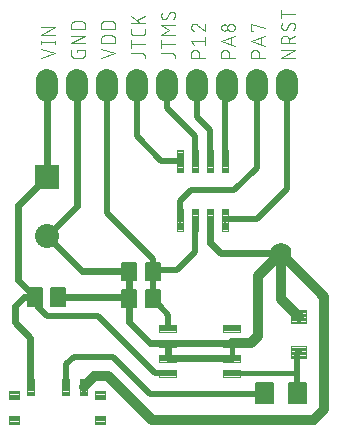
<source format=gbr>
G04 EAGLE Gerber RS-274X export*
G75*
%MOMM*%
%FSLAX34Y34*%
%LPD*%
%INTop Copper*%
%IPPOS*%
%AMOC8*
5,1,8,0,0,1.08239X$1,22.5*%
G01*
%ADD10C,0.101600*%
%ADD11C,0.130000*%
%ADD12C,0.104000*%
%ADD13C,0.120000*%
%ADD14C,0.160000*%
%ADD15C,0.105000*%
%ADD16C,0.102438*%
%ADD17R,2.032000X2.032000*%
%ADD18C,2.032000*%
%ADD19C,1.879600*%
%ADD20C,0.508000*%
%ADD21C,0.406400*%
%ADD22C,1.762000*%
%ADD23C,0.812800*%
%ADD24C,0.609600*%


D10*
X38608Y318008D02*
X50292Y321903D01*
X38608Y325797D01*
X38608Y331047D02*
X50292Y331047D01*
X50292Y332345D02*
X50292Y329748D01*
X38608Y329748D02*
X38608Y332345D01*
X38608Y337326D02*
X50292Y337326D01*
X50292Y343817D02*
X38608Y337326D01*
X38608Y343817D02*
X50292Y343817D01*
X69201Y324499D02*
X69201Y322552D01*
X69201Y324499D02*
X75692Y324499D01*
X75692Y320604D01*
X75690Y320505D01*
X75684Y320405D01*
X75675Y320306D01*
X75662Y320208D01*
X75645Y320110D01*
X75624Y320012D01*
X75599Y319916D01*
X75571Y319821D01*
X75539Y319727D01*
X75504Y319634D01*
X75465Y319542D01*
X75422Y319452D01*
X75377Y319364D01*
X75327Y319277D01*
X75275Y319193D01*
X75219Y319110D01*
X75161Y319030D01*
X75099Y318952D01*
X75034Y318877D01*
X74966Y318804D01*
X74896Y318734D01*
X74823Y318666D01*
X74748Y318601D01*
X74670Y318539D01*
X74590Y318481D01*
X74507Y318425D01*
X74423Y318373D01*
X74336Y318323D01*
X74248Y318278D01*
X74158Y318235D01*
X74066Y318196D01*
X73973Y318161D01*
X73879Y318129D01*
X73784Y318101D01*
X73688Y318076D01*
X73590Y318055D01*
X73492Y318038D01*
X73394Y318025D01*
X73295Y318016D01*
X73195Y318010D01*
X73096Y318008D01*
X66604Y318008D01*
X66505Y318010D01*
X66405Y318016D01*
X66306Y318025D01*
X66208Y318038D01*
X66110Y318056D01*
X66012Y318076D01*
X65916Y318101D01*
X65820Y318129D01*
X65726Y318161D01*
X65633Y318196D01*
X65542Y318235D01*
X65452Y318278D01*
X65363Y318323D01*
X65277Y318373D01*
X65192Y318425D01*
X65110Y318481D01*
X65030Y318540D01*
X64952Y318601D01*
X64876Y318666D01*
X64803Y318734D01*
X64733Y318804D01*
X64665Y318877D01*
X64600Y318953D01*
X64539Y319031D01*
X64480Y319111D01*
X64424Y319193D01*
X64372Y319278D01*
X64323Y319364D01*
X64277Y319453D01*
X64234Y319543D01*
X64195Y319634D01*
X64160Y319727D01*
X64128Y319821D01*
X64100Y319917D01*
X64075Y320013D01*
X64055Y320111D01*
X64037Y320209D01*
X64024Y320307D01*
X64015Y320406D01*
X64009Y320505D01*
X64007Y320605D01*
X64008Y320604D02*
X64008Y324499D01*
X64008Y330200D02*
X75692Y330200D01*
X75692Y336691D02*
X64008Y330200D01*
X64008Y336691D02*
X75692Y336691D01*
X75692Y342392D02*
X64008Y342392D01*
X64008Y345637D01*
X64010Y345750D01*
X64016Y345863D01*
X64026Y345976D01*
X64040Y346089D01*
X64057Y346201D01*
X64079Y346312D01*
X64104Y346422D01*
X64134Y346532D01*
X64167Y346640D01*
X64204Y346747D01*
X64244Y346853D01*
X64289Y346957D01*
X64337Y347060D01*
X64388Y347161D01*
X64443Y347260D01*
X64501Y347357D01*
X64563Y347452D01*
X64628Y347545D01*
X64696Y347635D01*
X64767Y347723D01*
X64842Y347809D01*
X64919Y347892D01*
X64999Y347972D01*
X65082Y348049D01*
X65168Y348124D01*
X65256Y348195D01*
X65346Y348263D01*
X65439Y348328D01*
X65534Y348390D01*
X65631Y348448D01*
X65730Y348503D01*
X65831Y348554D01*
X65934Y348602D01*
X66038Y348647D01*
X66144Y348687D01*
X66251Y348724D01*
X66359Y348757D01*
X66469Y348787D01*
X66579Y348812D01*
X66690Y348834D01*
X66802Y348851D01*
X66915Y348865D01*
X67028Y348875D01*
X67141Y348881D01*
X67254Y348883D01*
X72446Y348883D01*
X72446Y348884D02*
X72559Y348882D01*
X72672Y348876D01*
X72785Y348866D01*
X72898Y348852D01*
X73010Y348835D01*
X73121Y348813D01*
X73231Y348788D01*
X73341Y348758D01*
X73449Y348725D01*
X73556Y348688D01*
X73662Y348648D01*
X73766Y348603D01*
X73869Y348555D01*
X73970Y348504D01*
X74069Y348449D01*
X74166Y348391D01*
X74261Y348329D01*
X74354Y348264D01*
X74444Y348196D01*
X74532Y348125D01*
X74618Y348050D01*
X74701Y347973D01*
X74781Y347893D01*
X74858Y347810D01*
X74933Y347724D01*
X75004Y347636D01*
X75072Y347546D01*
X75137Y347453D01*
X75199Y347358D01*
X75257Y347261D01*
X75312Y347162D01*
X75363Y347061D01*
X75411Y346958D01*
X75456Y346854D01*
X75496Y346748D01*
X75533Y346641D01*
X75566Y346533D01*
X75596Y346423D01*
X75621Y346313D01*
X75643Y346202D01*
X75660Y346090D01*
X75674Y345977D01*
X75684Y345864D01*
X75690Y345751D01*
X75692Y345638D01*
X75692Y345637D02*
X75692Y342392D01*
X89408Y318008D02*
X101092Y321903D01*
X89408Y325797D01*
X89408Y330468D02*
X101092Y330468D01*
X89408Y330468D02*
X89408Y333714D01*
X89410Y333827D01*
X89416Y333940D01*
X89426Y334053D01*
X89440Y334166D01*
X89457Y334278D01*
X89479Y334389D01*
X89504Y334499D01*
X89534Y334609D01*
X89567Y334717D01*
X89604Y334824D01*
X89644Y334930D01*
X89689Y335034D01*
X89737Y335137D01*
X89788Y335238D01*
X89843Y335337D01*
X89901Y335434D01*
X89963Y335529D01*
X90028Y335622D01*
X90096Y335712D01*
X90167Y335800D01*
X90242Y335886D01*
X90319Y335969D01*
X90399Y336049D01*
X90482Y336126D01*
X90568Y336201D01*
X90656Y336272D01*
X90746Y336340D01*
X90839Y336405D01*
X90934Y336467D01*
X91031Y336525D01*
X91130Y336580D01*
X91231Y336631D01*
X91334Y336679D01*
X91438Y336724D01*
X91544Y336764D01*
X91651Y336801D01*
X91759Y336834D01*
X91869Y336864D01*
X91979Y336889D01*
X92090Y336911D01*
X92202Y336928D01*
X92315Y336942D01*
X92428Y336952D01*
X92541Y336958D01*
X92654Y336960D01*
X92654Y336959D02*
X97846Y336959D01*
X97846Y336960D02*
X97959Y336958D01*
X98072Y336952D01*
X98185Y336942D01*
X98298Y336928D01*
X98410Y336911D01*
X98521Y336889D01*
X98631Y336864D01*
X98741Y336834D01*
X98849Y336801D01*
X98956Y336764D01*
X99062Y336724D01*
X99166Y336679D01*
X99269Y336631D01*
X99370Y336580D01*
X99469Y336525D01*
X99566Y336467D01*
X99661Y336405D01*
X99754Y336340D01*
X99844Y336272D01*
X99932Y336201D01*
X100018Y336126D01*
X100101Y336049D01*
X100181Y335969D01*
X100258Y335886D01*
X100333Y335800D01*
X100404Y335712D01*
X100472Y335622D01*
X100537Y335529D01*
X100599Y335434D01*
X100657Y335337D01*
X100712Y335238D01*
X100763Y335137D01*
X100811Y335034D01*
X100856Y334930D01*
X100896Y334824D01*
X100933Y334717D01*
X100966Y334609D01*
X100996Y334499D01*
X101021Y334389D01*
X101043Y334278D01*
X101060Y334166D01*
X101074Y334053D01*
X101084Y333940D01*
X101090Y333827D01*
X101092Y333714D01*
X101092Y330468D01*
X101092Y342660D02*
X89408Y342660D01*
X89408Y345906D01*
X89410Y346019D01*
X89416Y346132D01*
X89426Y346245D01*
X89440Y346358D01*
X89457Y346470D01*
X89479Y346581D01*
X89504Y346691D01*
X89534Y346801D01*
X89567Y346909D01*
X89604Y347016D01*
X89644Y347122D01*
X89689Y347226D01*
X89737Y347329D01*
X89788Y347430D01*
X89843Y347529D01*
X89901Y347626D01*
X89963Y347721D01*
X90028Y347814D01*
X90096Y347904D01*
X90167Y347992D01*
X90242Y348078D01*
X90319Y348161D01*
X90399Y348241D01*
X90482Y348318D01*
X90568Y348393D01*
X90656Y348464D01*
X90746Y348532D01*
X90839Y348597D01*
X90934Y348659D01*
X91031Y348717D01*
X91130Y348772D01*
X91231Y348823D01*
X91334Y348871D01*
X91438Y348916D01*
X91544Y348956D01*
X91651Y348993D01*
X91759Y349026D01*
X91869Y349056D01*
X91979Y349081D01*
X92090Y349103D01*
X92202Y349120D01*
X92315Y349134D01*
X92428Y349144D01*
X92541Y349150D01*
X92654Y349152D01*
X92654Y349151D02*
X97846Y349151D01*
X97846Y349152D02*
X97959Y349150D01*
X98072Y349144D01*
X98185Y349134D01*
X98298Y349120D01*
X98410Y349103D01*
X98521Y349081D01*
X98631Y349056D01*
X98741Y349026D01*
X98849Y348993D01*
X98956Y348956D01*
X99062Y348916D01*
X99166Y348871D01*
X99269Y348823D01*
X99370Y348772D01*
X99469Y348717D01*
X99566Y348659D01*
X99661Y348597D01*
X99754Y348532D01*
X99844Y348464D01*
X99932Y348393D01*
X100018Y348318D01*
X100101Y348241D01*
X100181Y348161D01*
X100258Y348078D01*
X100333Y347992D01*
X100404Y347904D01*
X100472Y347814D01*
X100537Y347721D01*
X100599Y347626D01*
X100657Y347529D01*
X100712Y347430D01*
X100763Y347329D01*
X100811Y347226D01*
X100856Y347122D01*
X100896Y347016D01*
X100933Y346909D01*
X100966Y346801D01*
X100996Y346691D01*
X101021Y346581D01*
X101043Y346470D01*
X101060Y346358D01*
X101074Y346245D01*
X101084Y346132D01*
X101090Y346019D01*
X101092Y345906D01*
X101092Y342660D01*
X114808Y321903D02*
X123896Y321903D01*
X123896Y321902D02*
X123995Y321900D01*
X124095Y321894D01*
X124194Y321885D01*
X124292Y321872D01*
X124390Y321855D01*
X124488Y321834D01*
X124584Y321809D01*
X124679Y321781D01*
X124773Y321749D01*
X124866Y321714D01*
X124958Y321675D01*
X125048Y321632D01*
X125136Y321587D01*
X125223Y321537D01*
X125307Y321485D01*
X125390Y321429D01*
X125470Y321371D01*
X125548Y321309D01*
X125623Y321244D01*
X125696Y321176D01*
X125766Y321106D01*
X125834Y321033D01*
X125899Y320958D01*
X125961Y320880D01*
X126019Y320800D01*
X126075Y320717D01*
X126127Y320633D01*
X126177Y320546D01*
X126222Y320458D01*
X126265Y320368D01*
X126304Y320276D01*
X126339Y320183D01*
X126371Y320089D01*
X126399Y319994D01*
X126424Y319898D01*
X126445Y319800D01*
X126462Y319702D01*
X126475Y319604D01*
X126484Y319505D01*
X126490Y319405D01*
X126492Y319306D01*
X126492Y318008D01*
X126492Y329660D02*
X114808Y329660D01*
X114808Y332905D02*
X114808Y326414D01*
X126492Y339645D02*
X126492Y342242D01*
X126492Y339645D02*
X126490Y339546D01*
X126484Y339446D01*
X126475Y339347D01*
X126462Y339249D01*
X126445Y339151D01*
X126424Y339053D01*
X126399Y338957D01*
X126371Y338862D01*
X126339Y338768D01*
X126304Y338675D01*
X126265Y338583D01*
X126222Y338493D01*
X126177Y338405D01*
X126127Y338318D01*
X126075Y338234D01*
X126019Y338151D01*
X125961Y338071D01*
X125899Y337993D01*
X125834Y337918D01*
X125766Y337845D01*
X125696Y337775D01*
X125623Y337707D01*
X125548Y337642D01*
X125470Y337580D01*
X125390Y337522D01*
X125307Y337466D01*
X125223Y337414D01*
X125136Y337364D01*
X125048Y337319D01*
X124958Y337276D01*
X124866Y337237D01*
X124773Y337202D01*
X124679Y337170D01*
X124584Y337142D01*
X124488Y337117D01*
X124390Y337096D01*
X124292Y337079D01*
X124194Y337066D01*
X124095Y337057D01*
X123995Y337051D01*
X123896Y337049D01*
X117404Y337049D01*
X117404Y337048D02*
X117305Y337050D01*
X117205Y337056D01*
X117106Y337065D01*
X117008Y337078D01*
X116910Y337096D01*
X116812Y337116D01*
X116716Y337141D01*
X116620Y337169D01*
X116526Y337201D01*
X116433Y337236D01*
X116342Y337275D01*
X116252Y337318D01*
X116163Y337363D01*
X116077Y337413D01*
X115992Y337465D01*
X115910Y337521D01*
X115830Y337580D01*
X115752Y337641D01*
X115676Y337706D01*
X115603Y337774D01*
X115533Y337844D01*
X115465Y337917D01*
X115400Y337993D01*
X115339Y338071D01*
X115280Y338151D01*
X115224Y338233D01*
X115172Y338318D01*
X115123Y338404D01*
X115077Y338493D01*
X115034Y338583D01*
X114995Y338674D01*
X114960Y338767D01*
X114928Y338861D01*
X114900Y338957D01*
X114875Y339053D01*
X114855Y339151D01*
X114837Y339249D01*
X114824Y339347D01*
X114815Y339446D01*
X114809Y339545D01*
X114807Y339645D01*
X114808Y339645D02*
X114808Y342242D01*
X114808Y347157D02*
X126492Y347157D01*
X121948Y347157D02*
X114808Y353648D01*
X119352Y349754D02*
X126492Y353648D01*
X140208Y321903D02*
X149296Y321903D01*
X149296Y321902D02*
X149395Y321900D01*
X149495Y321894D01*
X149594Y321885D01*
X149692Y321872D01*
X149790Y321855D01*
X149888Y321834D01*
X149984Y321809D01*
X150079Y321781D01*
X150173Y321749D01*
X150266Y321714D01*
X150358Y321675D01*
X150448Y321632D01*
X150536Y321587D01*
X150623Y321537D01*
X150707Y321485D01*
X150790Y321429D01*
X150870Y321371D01*
X150948Y321309D01*
X151023Y321244D01*
X151096Y321176D01*
X151166Y321106D01*
X151234Y321033D01*
X151299Y320958D01*
X151361Y320880D01*
X151419Y320800D01*
X151475Y320717D01*
X151527Y320633D01*
X151577Y320546D01*
X151622Y320458D01*
X151665Y320368D01*
X151704Y320276D01*
X151739Y320183D01*
X151771Y320089D01*
X151799Y319994D01*
X151824Y319898D01*
X151845Y319800D01*
X151862Y319702D01*
X151875Y319604D01*
X151884Y319505D01*
X151890Y319405D01*
X151892Y319306D01*
X151892Y318008D01*
X151892Y329660D02*
X140208Y329660D01*
X140208Y332905D02*
X140208Y326414D01*
X140208Y337576D02*
X151892Y337576D01*
X146699Y341471D02*
X140208Y337576D01*
X146699Y341471D02*
X140208Y345365D01*
X151892Y345365D01*
X151892Y354312D02*
X151890Y354411D01*
X151884Y354511D01*
X151875Y354610D01*
X151862Y354708D01*
X151845Y354806D01*
X151824Y354904D01*
X151799Y355000D01*
X151771Y355095D01*
X151739Y355189D01*
X151704Y355282D01*
X151665Y355374D01*
X151622Y355464D01*
X151577Y355552D01*
X151527Y355639D01*
X151475Y355723D01*
X151419Y355806D01*
X151361Y355886D01*
X151299Y355964D01*
X151234Y356039D01*
X151166Y356112D01*
X151096Y356182D01*
X151023Y356250D01*
X150948Y356315D01*
X150870Y356377D01*
X150790Y356435D01*
X150707Y356491D01*
X150623Y356543D01*
X150536Y356593D01*
X150448Y356638D01*
X150358Y356681D01*
X150266Y356720D01*
X150173Y356755D01*
X150079Y356787D01*
X149984Y356815D01*
X149888Y356840D01*
X149790Y356861D01*
X149692Y356878D01*
X149594Y356891D01*
X149495Y356900D01*
X149395Y356906D01*
X149296Y356908D01*
X151892Y354312D02*
X151890Y354168D01*
X151884Y354023D01*
X151875Y353879D01*
X151862Y353736D01*
X151845Y353592D01*
X151824Y353449D01*
X151799Y353307D01*
X151771Y353166D01*
X151739Y353025D01*
X151703Y352885D01*
X151664Y352746D01*
X151621Y352608D01*
X151574Y352472D01*
X151524Y352336D01*
X151470Y352202D01*
X151413Y352070D01*
X151352Y351939D01*
X151288Y351810D01*
X151220Y351682D01*
X151150Y351556D01*
X151075Y351432D01*
X150998Y351311D01*
X150917Y351191D01*
X150834Y351073D01*
X150747Y350958D01*
X150657Y350845D01*
X150564Y350734D01*
X150469Y350626D01*
X150370Y350520D01*
X150269Y350417D01*
X142804Y350742D02*
X142705Y350744D01*
X142605Y350750D01*
X142506Y350759D01*
X142408Y350772D01*
X142310Y350789D01*
X142212Y350810D01*
X142116Y350835D01*
X142021Y350863D01*
X141927Y350895D01*
X141834Y350930D01*
X141742Y350969D01*
X141652Y351012D01*
X141564Y351057D01*
X141477Y351107D01*
X141393Y351159D01*
X141310Y351215D01*
X141230Y351273D01*
X141152Y351335D01*
X141077Y351400D01*
X141004Y351468D01*
X140934Y351538D01*
X140866Y351611D01*
X140801Y351686D01*
X140739Y351764D01*
X140681Y351844D01*
X140625Y351927D01*
X140573Y352011D01*
X140523Y352098D01*
X140478Y352186D01*
X140435Y352276D01*
X140396Y352368D01*
X140361Y352461D01*
X140329Y352555D01*
X140301Y352650D01*
X140276Y352746D01*
X140255Y352844D01*
X140238Y352942D01*
X140225Y353040D01*
X140216Y353139D01*
X140210Y353239D01*
X140208Y353338D01*
X140210Y353474D01*
X140216Y353610D01*
X140225Y353746D01*
X140238Y353882D01*
X140256Y354017D01*
X140276Y354151D01*
X140301Y354285D01*
X140329Y354419D01*
X140362Y354551D01*
X140397Y354682D01*
X140437Y354813D01*
X140480Y354942D01*
X140526Y355070D01*
X140577Y355196D01*
X140630Y355322D01*
X140688Y355445D01*
X140748Y355567D01*
X140812Y355687D01*
X140880Y355806D01*
X140950Y355922D01*
X141024Y356036D01*
X141101Y356149D01*
X141182Y356259D01*
X145076Y352040D02*
X145023Y351954D01*
X144966Y351870D01*
X144907Y351788D01*
X144844Y351708D01*
X144778Y351631D01*
X144710Y351556D01*
X144638Y351484D01*
X144564Y351415D01*
X144487Y351349D01*
X144408Y351286D01*
X144326Y351226D01*
X144242Y351169D01*
X144156Y351115D01*
X144068Y351065D01*
X143978Y351018D01*
X143887Y350974D01*
X143793Y350935D01*
X143699Y350898D01*
X143603Y350866D01*
X143505Y350837D01*
X143407Y350812D01*
X143308Y350791D01*
X143208Y350773D01*
X143108Y350760D01*
X143007Y350750D01*
X142905Y350744D01*
X142804Y350742D01*
X147024Y355610D02*
X147077Y355696D01*
X147134Y355780D01*
X147193Y355862D01*
X147256Y355942D01*
X147322Y356019D01*
X147390Y356094D01*
X147462Y356166D01*
X147536Y356235D01*
X147613Y356301D01*
X147692Y356364D01*
X147774Y356424D01*
X147858Y356481D01*
X147944Y356535D01*
X148032Y356585D01*
X148122Y356632D01*
X148213Y356676D01*
X148307Y356715D01*
X148401Y356752D01*
X148497Y356784D01*
X148595Y356813D01*
X148693Y356838D01*
X148792Y356859D01*
X148892Y356877D01*
X148992Y356890D01*
X149093Y356900D01*
X149195Y356906D01*
X149296Y356908D01*
X147024Y355610D02*
X145076Y352040D01*
X165608Y318008D02*
X177292Y318008D01*
X165608Y318008D02*
X165608Y321254D01*
X165610Y321367D01*
X165616Y321480D01*
X165626Y321593D01*
X165640Y321706D01*
X165657Y321818D01*
X165679Y321929D01*
X165704Y322039D01*
X165734Y322149D01*
X165767Y322257D01*
X165804Y322364D01*
X165844Y322470D01*
X165889Y322574D01*
X165937Y322677D01*
X165988Y322778D01*
X166043Y322877D01*
X166101Y322974D01*
X166163Y323069D01*
X166228Y323162D01*
X166296Y323252D01*
X166367Y323340D01*
X166442Y323426D01*
X166519Y323509D01*
X166599Y323589D01*
X166682Y323666D01*
X166768Y323741D01*
X166856Y323812D01*
X166946Y323880D01*
X167039Y323945D01*
X167134Y324007D01*
X167231Y324065D01*
X167330Y324120D01*
X167431Y324171D01*
X167534Y324219D01*
X167638Y324264D01*
X167744Y324304D01*
X167851Y324341D01*
X167959Y324374D01*
X168069Y324404D01*
X168179Y324429D01*
X168290Y324451D01*
X168402Y324468D01*
X168515Y324482D01*
X168628Y324492D01*
X168741Y324498D01*
X168854Y324500D01*
X168967Y324498D01*
X169080Y324492D01*
X169193Y324482D01*
X169306Y324468D01*
X169418Y324451D01*
X169529Y324429D01*
X169639Y324404D01*
X169749Y324374D01*
X169857Y324341D01*
X169964Y324304D01*
X170070Y324264D01*
X170174Y324219D01*
X170277Y324171D01*
X170378Y324120D01*
X170477Y324065D01*
X170574Y324007D01*
X170669Y323945D01*
X170762Y323880D01*
X170852Y323812D01*
X170940Y323741D01*
X171026Y323666D01*
X171109Y323589D01*
X171189Y323509D01*
X171266Y323426D01*
X171341Y323340D01*
X171412Y323252D01*
X171480Y323162D01*
X171545Y323069D01*
X171607Y322974D01*
X171665Y322877D01*
X171720Y322778D01*
X171771Y322677D01*
X171819Y322574D01*
X171864Y322470D01*
X171904Y322364D01*
X171941Y322257D01*
X171974Y322149D01*
X172004Y322039D01*
X172029Y321929D01*
X172051Y321818D01*
X172068Y321706D01*
X172082Y321593D01*
X172092Y321480D01*
X172098Y321367D01*
X172100Y321254D01*
X172099Y321254D02*
X172099Y318008D01*
X168204Y328888D02*
X165608Y332133D01*
X177292Y332133D01*
X177292Y328888D02*
X177292Y335379D01*
X168529Y346809D02*
X168422Y346807D01*
X168316Y346801D01*
X168210Y346791D01*
X168104Y346778D01*
X167998Y346760D01*
X167894Y346739D01*
X167790Y346714D01*
X167687Y346685D01*
X167586Y346653D01*
X167486Y346616D01*
X167387Y346576D01*
X167289Y346533D01*
X167193Y346486D01*
X167099Y346435D01*
X167007Y346381D01*
X166917Y346324D01*
X166829Y346264D01*
X166744Y346200D01*
X166661Y346133D01*
X166580Y346063D01*
X166502Y345991D01*
X166426Y345915D01*
X166354Y345837D01*
X166284Y345756D01*
X166217Y345673D01*
X166153Y345588D01*
X166093Y345500D01*
X166036Y345410D01*
X165982Y345318D01*
X165931Y345224D01*
X165884Y345128D01*
X165841Y345030D01*
X165801Y344931D01*
X165764Y344831D01*
X165732Y344730D01*
X165703Y344627D01*
X165678Y344523D01*
X165657Y344419D01*
X165639Y344313D01*
X165626Y344207D01*
X165616Y344101D01*
X165610Y343995D01*
X165608Y343888D01*
X165610Y343767D01*
X165616Y343646D01*
X165626Y343526D01*
X165639Y343405D01*
X165657Y343286D01*
X165678Y343166D01*
X165703Y343048D01*
X165732Y342931D01*
X165765Y342814D01*
X165801Y342699D01*
X165842Y342585D01*
X165885Y342472D01*
X165933Y342360D01*
X165984Y342251D01*
X166039Y342143D01*
X166097Y342036D01*
X166158Y341932D01*
X166223Y341830D01*
X166291Y341730D01*
X166362Y341632D01*
X166436Y341536D01*
X166513Y341443D01*
X166594Y341353D01*
X166677Y341265D01*
X166763Y341180D01*
X166852Y341097D01*
X166943Y341018D01*
X167037Y340941D01*
X167133Y340868D01*
X167231Y340798D01*
X167332Y340731D01*
X167435Y340667D01*
X167540Y340607D01*
X167647Y340549D01*
X167755Y340496D01*
X167865Y340446D01*
X167977Y340400D01*
X168090Y340357D01*
X168205Y340318D01*
X170801Y345834D02*
X170723Y345913D01*
X170643Y345989D01*
X170560Y346062D01*
X170474Y346132D01*
X170387Y346199D01*
X170296Y346263D01*
X170204Y346323D01*
X170110Y346381D01*
X170013Y346435D01*
X169915Y346485D01*
X169815Y346532D01*
X169714Y346576D01*
X169611Y346616D01*
X169506Y346652D01*
X169401Y346684D01*
X169294Y346713D01*
X169187Y346738D01*
X169078Y346760D01*
X168969Y346777D01*
X168860Y346791D01*
X168750Y346800D01*
X168639Y346806D01*
X168529Y346808D01*
X170801Y345835D02*
X177292Y340318D01*
X177292Y346809D01*
X191008Y318008D02*
X202692Y318008D01*
X191008Y318008D02*
X191008Y321254D01*
X191010Y321367D01*
X191016Y321480D01*
X191026Y321593D01*
X191040Y321706D01*
X191057Y321818D01*
X191079Y321929D01*
X191104Y322039D01*
X191134Y322149D01*
X191167Y322257D01*
X191204Y322364D01*
X191244Y322470D01*
X191289Y322574D01*
X191337Y322677D01*
X191388Y322778D01*
X191443Y322877D01*
X191501Y322974D01*
X191563Y323069D01*
X191628Y323162D01*
X191696Y323252D01*
X191767Y323340D01*
X191842Y323426D01*
X191919Y323509D01*
X191999Y323589D01*
X192082Y323666D01*
X192168Y323741D01*
X192256Y323812D01*
X192346Y323880D01*
X192439Y323945D01*
X192534Y324007D01*
X192631Y324065D01*
X192730Y324120D01*
X192831Y324171D01*
X192934Y324219D01*
X193038Y324264D01*
X193144Y324304D01*
X193251Y324341D01*
X193359Y324374D01*
X193469Y324404D01*
X193579Y324429D01*
X193690Y324451D01*
X193802Y324468D01*
X193915Y324482D01*
X194028Y324492D01*
X194141Y324498D01*
X194254Y324500D01*
X194367Y324498D01*
X194480Y324492D01*
X194593Y324482D01*
X194706Y324468D01*
X194818Y324451D01*
X194929Y324429D01*
X195039Y324404D01*
X195149Y324374D01*
X195257Y324341D01*
X195364Y324304D01*
X195470Y324264D01*
X195574Y324219D01*
X195677Y324171D01*
X195778Y324120D01*
X195877Y324065D01*
X195974Y324007D01*
X196069Y323945D01*
X196162Y323880D01*
X196252Y323812D01*
X196340Y323741D01*
X196426Y323666D01*
X196509Y323589D01*
X196589Y323509D01*
X196666Y323426D01*
X196741Y323340D01*
X196812Y323252D01*
X196880Y323162D01*
X196945Y323069D01*
X197007Y322974D01*
X197065Y322877D01*
X197120Y322778D01*
X197171Y322677D01*
X197219Y322574D01*
X197264Y322470D01*
X197304Y322364D01*
X197341Y322257D01*
X197374Y322149D01*
X197404Y322039D01*
X197429Y321929D01*
X197451Y321818D01*
X197468Y321706D01*
X197482Y321593D01*
X197492Y321480D01*
X197498Y321367D01*
X197500Y321254D01*
X197499Y321254D02*
X197499Y318008D01*
X202692Y328239D02*
X191008Y332133D01*
X202692Y336028D01*
X199771Y335054D02*
X199771Y329212D01*
X199446Y340317D02*
X199333Y340319D01*
X199220Y340325D01*
X199107Y340335D01*
X198994Y340349D01*
X198882Y340366D01*
X198771Y340388D01*
X198661Y340413D01*
X198551Y340443D01*
X198443Y340476D01*
X198336Y340513D01*
X198230Y340553D01*
X198126Y340598D01*
X198023Y340646D01*
X197922Y340697D01*
X197823Y340752D01*
X197726Y340810D01*
X197631Y340872D01*
X197538Y340937D01*
X197448Y341005D01*
X197360Y341076D01*
X197274Y341151D01*
X197191Y341228D01*
X197111Y341308D01*
X197034Y341391D01*
X196959Y341477D01*
X196888Y341565D01*
X196820Y341655D01*
X196755Y341748D01*
X196693Y341843D01*
X196635Y341940D01*
X196580Y342039D01*
X196529Y342140D01*
X196481Y342243D01*
X196436Y342347D01*
X196396Y342453D01*
X196359Y342560D01*
X196326Y342668D01*
X196296Y342778D01*
X196271Y342888D01*
X196249Y342999D01*
X196232Y343111D01*
X196218Y343224D01*
X196208Y343337D01*
X196202Y343450D01*
X196200Y343563D01*
X196202Y343676D01*
X196208Y343789D01*
X196218Y343902D01*
X196232Y344015D01*
X196249Y344127D01*
X196271Y344238D01*
X196296Y344348D01*
X196326Y344458D01*
X196359Y344566D01*
X196396Y344673D01*
X196436Y344779D01*
X196481Y344883D01*
X196529Y344986D01*
X196580Y345087D01*
X196635Y345186D01*
X196693Y345283D01*
X196755Y345378D01*
X196820Y345471D01*
X196888Y345561D01*
X196959Y345649D01*
X197034Y345735D01*
X197111Y345818D01*
X197191Y345898D01*
X197274Y345975D01*
X197360Y346050D01*
X197448Y346121D01*
X197538Y346189D01*
X197631Y346254D01*
X197726Y346316D01*
X197823Y346374D01*
X197922Y346429D01*
X198023Y346480D01*
X198126Y346528D01*
X198230Y346573D01*
X198336Y346613D01*
X198443Y346650D01*
X198551Y346683D01*
X198661Y346713D01*
X198771Y346738D01*
X198882Y346760D01*
X198994Y346777D01*
X199107Y346791D01*
X199220Y346801D01*
X199333Y346807D01*
X199446Y346809D01*
X199559Y346807D01*
X199672Y346801D01*
X199785Y346791D01*
X199898Y346777D01*
X200010Y346760D01*
X200121Y346738D01*
X200231Y346713D01*
X200341Y346683D01*
X200449Y346650D01*
X200556Y346613D01*
X200662Y346573D01*
X200766Y346528D01*
X200869Y346480D01*
X200970Y346429D01*
X201069Y346374D01*
X201166Y346316D01*
X201261Y346254D01*
X201354Y346189D01*
X201444Y346121D01*
X201532Y346050D01*
X201618Y345975D01*
X201701Y345898D01*
X201781Y345818D01*
X201858Y345735D01*
X201933Y345649D01*
X202004Y345561D01*
X202072Y345471D01*
X202137Y345378D01*
X202199Y345283D01*
X202257Y345186D01*
X202312Y345087D01*
X202363Y344986D01*
X202411Y344883D01*
X202456Y344779D01*
X202496Y344673D01*
X202533Y344566D01*
X202566Y344458D01*
X202596Y344348D01*
X202621Y344238D01*
X202643Y344127D01*
X202660Y344015D01*
X202674Y343902D01*
X202684Y343789D01*
X202690Y343676D01*
X202692Y343563D01*
X202690Y343450D01*
X202684Y343337D01*
X202674Y343224D01*
X202660Y343111D01*
X202643Y342999D01*
X202621Y342888D01*
X202596Y342778D01*
X202566Y342668D01*
X202533Y342560D01*
X202496Y342453D01*
X202456Y342347D01*
X202411Y342243D01*
X202363Y342140D01*
X202312Y342039D01*
X202257Y341940D01*
X202199Y341843D01*
X202137Y341748D01*
X202072Y341655D01*
X202004Y341565D01*
X201933Y341477D01*
X201858Y341391D01*
X201781Y341308D01*
X201701Y341228D01*
X201618Y341151D01*
X201532Y341076D01*
X201444Y341005D01*
X201354Y340937D01*
X201261Y340872D01*
X201166Y340810D01*
X201069Y340752D01*
X200970Y340697D01*
X200869Y340646D01*
X200766Y340598D01*
X200662Y340553D01*
X200556Y340513D01*
X200449Y340476D01*
X200341Y340443D01*
X200231Y340413D01*
X200121Y340388D01*
X200010Y340366D01*
X199898Y340349D01*
X199785Y340335D01*
X199672Y340325D01*
X199559Y340319D01*
X199446Y340317D01*
X193604Y340967D02*
X193503Y340969D01*
X193403Y340975D01*
X193303Y340985D01*
X193203Y340998D01*
X193104Y341016D01*
X193005Y341037D01*
X192908Y341062D01*
X192811Y341091D01*
X192716Y341124D01*
X192622Y341160D01*
X192530Y341200D01*
X192439Y341243D01*
X192350Y341290D01*
X192263Y341340D01*
X192177Y341394D01*
X192094Y341451D01*
X192014Y341511D01*
X191935Y341574D01*
X191859Y341641D01*
X191786Y341710D01*
X191716Y341782D01*
X191648Y341856D01*
X191583Y341933D01*
X191522Y342013D01*
X191463Y342095D01*
X191408Y342179D01*
X191356Y342265D01*
X191307Y342353D01*
X191262Y342443D01*
X191220Y342535D01*
X191182Y342628D01*
X191148Y342723D01*
X191117Y342818D01*
X191090Y342915D01*
X191067Y343013D01*
X191047Y343112D01*
X191032Y343212D01*
X191020Y343312D01*
X191012Y343412D01*
X191008Y343513D01*
X191008Y343613D01*
X191012Y343714D01*
X191020Y343814D01*
X191032Y343914D01*
X191047Y344014D01*
X191067Y344113D01*
X191090Y344211D01*
X191117Y344308D01*
X191148Y344403D01*
X191182Y344498D01*
X191220Y344591D01*
X191262Y344683D01*
X191307Y344773D01*
X191356Y344861D01*
X191408Y344947D01*
X191463Y345031D01*
X191522Y345113D01*
X191583Y345193D01*
X191648Y345270D01*
X191716Y345344D01*
X191786Y345416D01*
X191859Y345485D01*
X191935Y345552D01*
X192014Y345615D01*
X192094Y345675D01*
X192177Y345732D01*
X192263Y345786D01*
X192350Y345836D01*
X192439Y345883D01*
X192530Y345926D01*
X192622Y345966D01*
X192716Y346002D01*
X192811Y346035D01*
X192908Y346064D01*
X193005Y346089D01*
X193104Y346110D01*
X193203Y346128D01*
X193303Y346141D01*
X193403Y346151D01*
X193503Y346157D01*
X193604Y346159D01*
X193705Y346157D01*
X193805Y346151D01*
X193905Y346141D01*
X194005Y346128D01*
X194104Y346110D01*
X194203Y346089D01*
X194300Y346064D01*
X194397Y346035D01*
X194492Y346002D01*
X194586Y345966D01*
X194678Y345926D01*
X194769Y345883D01*
X194858Y345836D01*
X194945Y345786D01*
X195031Y345732D01*
X195114Y345675D01*
X195194Y345615D01*
X195273Y345552D01*
X195349Y345485D01*
X195422Y345416D01*
X195492Y345344D01*
X195560Y345270D01*
X195625Y345193D01*
X195686Y345113D01*
X195745Y345031D01*
X195800Y344947D01*
X195852Y344861D01*
X195901Y344773D01*
X195946Y344683D01*
X195988Y344591D01*
X196026Y344498D01*
X196060Y344403D01*
X196091Y344308D01*
X196118Y344211D01*
X196141Y344113D01*
X196161Y344014D01*
X196176Y343914D01*
X196188Y343814D01*
X196196Y343714D01*
X196200Y343613D01*
X196200Y343513D01*
X196196Y343412D01*
X196188Y343312D01*
X196176Y343212D01*
X196161Y343112D01*
X196141Y343013D01*
X196118Y342915D01*
X196091Y342818D01*
X196060Y342723D01*
X196026Y342628D01*
X195988Y342535D01*
X195946Y342443D01*
X195901Y342353D01*
X195852Y342265D01*
X195800Y342179D01*
X195745Y342095D01*
X195686Y342013D01*
X195625Y341933D01*
X195560Y341856D01*
X195492Y341782D01*
X195422Y341710D01*
X195349Y341641D01*
X195273Y341574D01*
X195194Y341511D01*
X195114Y341451D01*
X195031Y341394D01*
X194945Y341340D01*
X194858Y341290D01*
X194769Y341243D01*
X194678Y341200D01*
X194586Y341160D01*
X194492Y341124D01*
X194397Y341091D01*
X194300Y341062D01*
X194203Y341037D01*
X194104Y341016D01*
X194005Y340998D01*
X193905Y340985D01*
X193805Y340975D01*
X193705Y340969D01*
X193604Y340967D01*
X216408Y318008D02*
X228092Y318008D01*
X216408Y318008D02*
X216408Y321254D01*
X216410Y321367D01*
X216416Y321480D01*
X216426Y321593D01*
X216440Y321706D01*
X216457Y321818D01*
X216479Y321929D01*
X216504Y322039D01*
X216534Y322149D01*
X216567Y322257D01*
X216604Y322364D01*
X216644Y322470D01*
X216689Y322574D01*
X216737Y322677D01*
X216788Y322778D01*
X216843Y322877D01*
X216901Y322974D01*
X216963Y323069D01*
X217028Y323162D01*
X217096Y323252D01*
X217167Y323340D01*
X217242Y323426D01*
X217319Y323509D01*
X217399Y323589D01*
X217482Y323666D01*
X217568Y323741D01*
X217656Y323812D01*
X217746Y323880D01*
X217839Y323945D01*
X217934Y324007D01*
X218031Y324065D01*
X218130Y324120D01*
X218231Y324171D01*
X218334Y324219D01*
X218438Y324264D01*
X218544Y324304D01*
X218651Y324341D01*
X218759Y324374D01*
X218869Y324404D01*
X218979Y324429D01*
X219090Y324451D01*
X219202Y324468D01*
X219315Y324482D01*
X219428Y324492D01*
X219541Y324498D01*
X219654Y324500D01*
X219767Y324498D01*
X219880Y324492D01*
X219993Y324482D01*
X220106Y324468D01*
X220218Y324451D01*
X220329Y324429D01*
X220439Y324404D01*
X220549Y324374D01*
X220657Y324341D01*
X220764Y324304D01*
X220870Y324264D01*
X220974Y324219D01*
X221077Y324171D01*
X221178Y324120D01*
X221277Y324065D01*
X221374Y324007D01*
X221469Y323945D01*
X221562Y323880D01*
X221652Y323812D01*
X221740Y323741D01*
X221826Y323666D01*
X221909Y323589D01*
X221989Y323509D01*
X222066Y323426D01*
X222141Y323340D01*
X222212Y323252D01*
X222280Y323162D01*
X222345Y323069D01*
X222407Y322974D01*
X222465Y322877D01*
X222520Y322778D01*
X222571Y322677D01*
X222619Y322574D01*
X222664Y322470D01*
X222704Y322364D01*
X222741Y322257D01*
X222774Y322149D01*
X222804Y322039D01*
X222829Y321929D01*
X222851Y321818D01*
X222868Y321706D01*
X222882Y321593D01*
X222892Y321480D01*
X222898Y321367D01*
X222900Y321254D01*
X222899Y321254D02*
X222899Y318008D01*
X228092Y328239D02*
X216408Y332133D01*
X228092Y336028D01*
X225171Y335054D02*
X225171Y329212D01*
X217706Y340318D02*
X216408Y340318D01*
X216408Y346809D01*
X228092Y343563D01*
X241808Y318008D02*
X253492Y318008D01*
X253492Y324499D02*
X241808Y318008D01*
X241808Y324499D02*
X253492Y324499D01*
X253492Y330274D02*
X241808Y330274D01*
X241808Y333519D01*
X241810Y333632D01*
X241816Y333745D01*
X241826Y333858D01*
X241840Y333971D01*
X241857Y334083D01*
X241879Y334194D01*
X241904Y334304D01*
X241934Y334414D01*
X241967Y334522D01*
X242004Y334629D01*
X242044Y334735D01*
X242089Y334839D01*
X242137Y334942D01*
X242188Y335043D01*
X242243Y335142D01*
X242301Y335239D01*
X242363Y335334D01*
X242428Y335427D01*
X242496Y335517D01*
X242567Y335605D01*
X242642Y335691D01*
X242719Y335774D01*
X242799Y335854D01*
X242882Y335931D01*
X242968Y336006D01*
X243056Y336077D01*
X243146Y336145D01*
X243239Y336210D01*
X243334Y336272D01*
X243431Y336330D01*
X243530Y336385D01*
X243631Y336436D01*
X243734Y336484D01*
X243838Y336529D01*
X243944Y336569D01*
X244051Y336606D01*
X244159Y336639D01*
X244269Y336669D01*
X244379Y336694D01*
X244490Y336716D01*
X244602Y336733D01*
X244715Y336747D01*
X244828Y336757D01*
X244941Y336763D01*
X245054Y336765D01*
X245167Y336763D01*
X245280Y336757D01*
X245393Y336747D01*
X245506Y336733D01*
X245618Y336716D01*
X245729Y336694D01*
X245839Y336669D01*
X245949Y336639D01*
X246057Y336606D01*
X246164Y336569D01*
X246270Y336529D01*
X246374Y336484D01*
X246477Y336436D01*
X246578Y336385D01*
X246677Y336330D01*
X246774Y336272D01*
X246869Y336210D01*
X246962Y336145D01*
X247052Y336077D01*
X247140Y336006D01*
X247226Y335931D01*
X247309Y335854D01*
X247389Y335774D01*
X247466Y335691D01*
X247541Y335605D01*
X247612Y335517D01*
X247680Y335427D01*
X247745Y335334D01*
X247807Y335239D01*
X247865Y335142D01*
X247920Y335043D01*
X247971Y334942D01*
X248019Y334839D01*
X248064Y334735D01*
X248104Y334629D01*
X248141Y334522D01*
X248174Y334414D01*
X248204Y334304D01*
X248229Y334194D01*
X248251Y334083D01*
X248268Y333971D01*
X248282Y333858D01*
X248292Y333745D01*
X248298Y333632D01*
X248300Y333519D01*
X248299Y333519D02*
X248299Y330274D01*
X248299Y334168D02*
X253492Y336765D01*
X253492Y345144D02*
X253490Y345243D01*
X253484Y345343D01*
X253475Y345442D01*
X253462Y345540D01*
X253445Y345638D01*
X253424Y345736D01*
X253399Y345832D01*
X253371Y345927D01*
X253339Y346021D01*
X253304Y346114D01*
X253265Y346206D01*
X253222Y346296D01*
X253177Y346384D01*
X253127Y346471D01*
X253075Y346555D01*
X253019Y346638D01*
X252961Y346718D01*
X252899Y346796D01*
X252834Y346871D01*
X252766Y346944D01*
X252696Y347014D01*
X252623Y347082D01*
X252548Y347147D01*
X252470Y347209D01*
X252390Y347267D01*
X252307Y347323D01*
X252223Y347375D01*
X252136Y347425D01*
X252048Y347470D01*
X251958Y347513D01*
X251866Y347552D01*
X251773Y347587D01*
X251679Y347619D01*
X251584Y347647D01*
X251488Y347672D01*
X251390Y347693D01*
X251292Y347710D01*
X251194Y347723D01*
X251095Y347732D01*
X250995Y347738D01*
X250896Y347740D01*
X253492Y345144D02*
X253490Y345000D01*
X253484Y344855D01*
X253475Y344711D01*
X253462Y344568D01*
X253445Y344424D01*
X253424Y344281D01*
X253399Y344139D01*
X253371Y343998D01*
X253339Y343857D01*
X253303Y343717D01*
X253264Y343578D01*
X253221Y343440D01*
X253174Y343304D01*
X253124Y343168D01*
X253070Y343034D01*
X253013Y342902D01*
X252952Y342771D01*
X252888Y342642D01*
X252820Y342514D01*
X252750Y342388D01*
X252675Y342264D01*
X252598Y342143D01*
X252517Y342023D01*
X252434Y341905D01*
X252347Y341790D01*
X252257Y341677D01*
X252164Y341566D01*
X252069Y341458D01*
X251970Y341352D01*
X251869Y341249D01*
X244404Y341574D02*
X244305Y341576D01*
X244205Y341582D01*
X244106Y341591D01*
X244008Y341604D01*
X243910Y341621D01*
X243812Y341642D01*
X243716Y341667D01*
X243621Y341695D01*
X243527Y341727D01*
X243434Y341762D01*
X243342Y341801D01*
X243252Y341844D01*
X243164Y341889D01*
X243077Y341939D01*
X242993Y341991D01*
X242910Y342047D01*
X242830Y342105D01*
X242752Y342167D01*
X242677Y342232D01*
X242604Y342300D01*
X242534Y342370D01*
X242466Y342443D01*
X242401Y342518D01*
X242339Y342596D01*
X242281Y342676D01*
X242225Y342759D01*
X242173Y342843D01*
X242123Y342930D01*
X242078Y343018D01*
X242035Y343108D01*
X241996Y343200D01*
X241961Y343293D01*
X241929Y343387D01*
X241901Y343482D01*
X241876Y343578D01*
X241855Y343676D01*
X241838Y343774D01*
X241825Y343872D01*
X241816Y343971D01*
X241810Y344071D01*
X241808Y344170D01*
X241810Y344306D01*
X241816Y344442D01*
X241825Y344578D01*
X241838Y344714D01*
X241856Y344849D01*
X241876Y344983D01*
X241901Y345117D01*
X241929Y345251D01*
X241962Y345383D01*
X241997Y345514D01*
X242037Y345645D01*
X242080Y345774D01*
X242126Y345902D01*
X242177Y346028D01*
X242230Y346154D01*
X242288Y346277D01*
X242348Y346399D01*
X242412Y346519D01*
X242480Y346638D01*
X242550Y346754D01*
X242624Y346868D01*
X242701Y346981D01*
X242782Y347091D01*
X246676Y342871D02*
X246623Y342785D01*
X246566Y342701D01*
X246507Y342619D01*
X246444Y342539D01*
X246378Y342462D01*
X246310Y342387D01*
X246238Y342315D01*
X246164Y342246D01*
X246087Y342180D01*
X246008Y342117D01*
X245926Y342057D01*
X245842Y342000D01*
X245756Y341946D01*
X245668Y341896D01*
X245578Y341849D01*
X245487Y341805D01*
X245393Y341766D01*
X245299Y341729D01*
X245203Y341697D01*
X245105Y341668D01*
X245007Y341643D01*
X244908Y341622D01*
X244808Y341604D01*
X244708Y341591D01*
X244607Y341581D01*
X244505Y341575D01*
X244404Y341573D01*
X248624Y346442D02*
X248677Y346528D01*
X248734Y346612D01*
X248793Y346694D01*
X248856Y346774D01*
X248922Y346851D01*
X248990Y346926D01*
X249062Y346998D01*
X249136Y347067D01*
X249213Y347133D01*
X249292Y347196D01*
X249374Y347256D01*
X249458Y347313D01*
X249544Y347367D01*
X249632Y347417D01*
X249722Y347464D01*
X249813Y347508D01*
X249907Y347547D01*
X250001Y347584D01*
X250097Y347616D01*
X250195Y347645D01*
X250293Y347670D01*
X250392Y347691D01*
X250492Y347709D01*
X250592Y347722D01*
X250693Y347732D01*
X250795Y347738D01*
X250896Y347740D01*
X248624Y346442D02*
X246676Y342872D01*
X241808Y354781D02*
X253492Y354781D01*
X241808Y351536D02*
X241808Y358027D01*
D11*
X139040Y144510D02*
X127340Y144510D01*
X139040Y144510D02*
X139040Y129810D01*
X127340Y129810D01*
X127340Y144510D01*
X127340Y131045D02*
X139040Y131045D01*
X139040Y132280D02*
X127340Y132280D01*
X127340Y133515D02*
X139040Y133515D01*
X139040Y134750D02*
X127340Y134750D01*
X127340Y135985D02*
X139040Y135985D01*
X139040Y137220D02*
X127340Y137220D01*
X127340Y138455D02*
X139040Y138455D01*
X139040Y139690D02*
X127340Y139690D01*
X127340Y140925D02*
X139040Y140925D01*
X139040Y142160D02*
X127340Y142160D01*
X127340Y143395D02*
X139040Y143395D01*
X119040Y144510D02*
X107340Y144510D01*
X119040Y144510D02*
X119040Y129810D01*
X107340Y129810D01*
X107340Y144510D01*
X107340Y131045D02*
X119040Y131045D01*
X119040Y132280D02*
X107340Y132280D01*
X107340Y133515D02*
X119040Y133515D01*
X119040Y134750D02*
X107340Y134750D01*
X107340Y135985D02*
X119040Y135985D01*
X119040Y137220D02*
X107340Y137220D01*
X107340Y138455D02*
X119040Y138455D01*
X119040Y139690D02*
X107340Y139690D01*
X107340Y140925D02*
X119040Y140925D01*
X119040Y142160D02*
X107340Y142160D01*
X107340Y143395D02*
X119040Y143395D01*
X127340Y121650D02*
X139040Y121650D01*
X139040Y106950D01*
X127340Y106950D01*
X127340Y121650D01*
X127340Y108185D02*
X139040Y108185D01*
X139040Y109420D02*
X127340Y109420D01*
X127340Y110655D02*
X139040Y110655D01*
X139040Y111890D02*
X127340Y111890D01*
X127340Y113125D02*
X139040Y113125D01*
X139040Y114360D02*
X127340Y114360D01*
X127340Y115595D02*
X139040Y115595D01*
X139040Y116830D02*
X127340Y116830D01*
X127340Y118065D02*
X139040Y118065D01*
X139040Y119300D02*
X127340Y119300D01*
X127340Y120535D02*
X139040Y120535D01*
X119040Y121650D02*
X107340Y121650D01*
X119040Y121650D02*
X119040Y106950D01*
X107340Y106950D01*
X107340Y121650D01*
X107340Y108185D02*
X119040Y108185D01*
X119040Y109420D02*
X107340Y109420D01*
X107340Y110655D02*
X119040Y110655D01*
X119040Y111890D02*
X107340Y111890D01*
X107340Y113125D02*
X119040Y113125D01*
X119040Y114360D02*
X107340Y114360D01*
X107340Y115595D02*
X119040Y115595D01*
X119040Y116830D02*
X107340Y116830D01*
X107340Y118065D02*
X119040Y118065D01*
X119040Y119300D02*
X107340Y119300D01*
X107340Y120535D02*
X119040Y120535D01*
X39030Y108220D02*
X27330Y108220D01*
X27330Y122920D01*
X39030Y122920D01*
X39030Y108220D01*
X39030Y109455D02*
X27330Y109455D01*
X27330Y110690D02*
X39030Y110690D01*
X39030Y111925D02*
X27330Y111925D01*
X27330Y113160D02*
X39030Y113160D01*
X39030Y114395D02*
X27330Y114395D01*
X27330Y115630D02*
X39030Y115630D01*
X39030Y116865D02*
X27330Y116865D01*
X27330Y118100D02*
X39030Y118100D01*
X39030Y119335D02*
X27330Y119335D01*
X27330Y120570D02*
X39030Y120570D01*
X39030Y121805D02*
X27330Y121805D01*
X47330Y108220D02*
X59030Y108220D01*
X47330Y108220D02*
X47330Y122920D01*
X59030Y122920D01*
X59030Y108220D01*
X59030Y109455D02*
X47330Y109455D01*
X47330Y110690D02*
X59030Y110690D01*
X59030Y111925D02*
X47330Y111925D01*
X47330Y113160D02*
X59030Y113160D01*
X59030Y114395D02*
X47330Y114395D01*
X47330Y115630D02*
X59030Y115630D01*
X59030Y116865D02*
X47330Y116865D01*
X47330Y118100D02*
X59030Y118100D01*
X59030Y119335D02*
X47330Y119335D01*
X47330Y120570D02*
X59030Y120570D01*
X59030Y121805D02*
X47330Y121805D01*
D12*
X138495Y86170D02*
X152705Y86170D01*
X138495Y86170D02*
X138495Y91630D01*
X152705Y91630D01*
X152705Y86170D01*
X152705Y87158D02*
X138495Y87158D01*
X138495Y88146D02*
X152705Y88146D01*
X152705Y89134D02*
X138495Y89134D01*
X138495Y90122D02*
X152705Y90122D01*
X152705Y91110D02*
X138495Y91110D01*
X138495Y73470D02*
X152705Y73470D01*
X138495Y73470D02*
X138495Y78930D01*
X152705Y78930D01*
X152705Y73470D01*
X152705Y74458D02*
X138495Y74458D01*
X138495Y75446D02*
X152705Y75446D01*
X152705Y76434D02*
X138495Y76434D01*
X138495Y77422D02*
X152705Y77422D01*
X152705Y78410D02*
X138495Y78410D01*
X138495Y60770D02*
X152705Y60770D01*
X138495Y60770D02*
X138495Y66230D01*
X152705Y66230D01*
X152705Y60770D01*
X152705Y61758D02*
X138495Y61758D01*
X138495Y62746D02*
X152705Y62746D01*
X152705Y63734D02*
X138495Y63734D01*
X138495Y64722D02*
X152705Y64722D01*
X152705Y65710D02*
X138495Y65710D01*
X138495Y48070D02*
X152705Y48070D01*
X138495Y48070D02*
X138495Y53530D01*
X152705Y53530D01*
X152705Y48070D01*
X152705Y49058D02*
X138495Y49058D01*
X138495Y50046D02*
X152705Y50046D01*
X152705Y51034D02*
X138495Y51034D01*
X138495Y52022D02*
X152705Y52022D01*
X152705Y53010D02*
X138495Y53010D01*
X192735Y48070D02*
X206945Y48070D01*
X192735Y48070D02*
X192735Y53530D01*
X206945Y53530D01*
X206945Y48070D01*
X206945Y49058D02*
X192735Y49058D01*
X192735Y50046D02*
X206945Y50046D01*
X206945Y51034D02*
X192735Y51034D01*
X192735Y52022D02*
X206945Y52022D01*
X206945Y53010D02*
X192735Y53010D01*
X192735Y60770D02*
X206945Y60770D01*
X192735Y60770D02*
X192735Y66230D01*
X206945Y66230D01*
X206945Y60770D01*
X206945Y61758D02*
X192735Y61758D01*
X192735Y62746D02*
X206945Y62746D01*
X206945Y63734D02*
X192735Y63734D01*
X192735Y64722D02*
X206945Y64722D01*
X206945Y65710D02*
X192735Y65710D01*
X192735Y73470D02*
X206945Y73470D01*
X192735Y73470D02*
X192735Y78930D01*
X206945Y78930D01*
X206945Y73470D01*
X206945Y74458D02*
X192735Y74458D01*
X192735Y75446D02*
X206945Y75446D01*
X206945Y76434D02*
X192735Y76434D01*
X192735Y77422D02*
X206945Y77422D01*
X206945Y78410D02*
X192735Y78410D01*
X192735Y86170D02*
X206945Y86170D01*
X192735Y86170D02*
X192735Y91630D01*
X206945Y91630D01*
X206945Y86170D01*
X206945Y87158D02*
X192735Y87158D01*
X192735Y88146D02*
X206945Y88146D01*
X206945Y89134D02*
X192735Y89134D01*
X192735Y90122D02*
X206945Y90122D01*
X206945Y91110D02*
X192735Y91110D01*
D13*
X262940Y74220D02*
X262940Y63420D01*
X250140Y63420D01*
X250140Y74220D01*
X262940Y74220D01*
X262940Y64560D02*
X250140Y64560D01*
X250140Y65700D02*
X262940Y65700D01*
X262940Y66840D02*
X250140Y66840D01*
X250140Y67980D02*
X262940Y67980D01*
X262940Y69120D02*
X250140Y69120D01*
X250140Y70260D02*
X262940Y70260D01*
X262940Y71400D02*
X250140Y71400D01*
X250140Y72540D02*
X262940Y72540D01*
X262940Y73680D02*
X250140Y73680D01*
X262940Y93420D02*
X262940Y104220D01*
X262940Y93420D02*
X250140Y93420D01*
X250140Y104220D01*
X262940Y104220D01*
X262940Y94560D02*
X250140Y94560D01*
X250140Y95700D02*
X262940Y95700D01*
X262940Y96840D02*
X250140Y96840D01*
X250140Y97980D02*
X262940Y97980D01*
X262940Y99120D02*
X250140Y99120D01*
X250140Y100260D02*
X262940Y100260D01*
X262940Y101400D02*
X250140Y101400D01*
X250140Y102540D02*
X262940Y102540D01*
X262940Y103680D02*
X250140Y103680D01*
D14*
X234500Y26090D02*
X220100Y26090D01*
X220100Y42490D01*
X234500Y42490D01*
X234500Y26090D01*
X234500Y27610D02*
X220100Y27610D01*
X220100Y29130D02*
X234500Y29130D01*
X234500Y30650D02*
X220100Y30650D01*
X220100Y32170D02*
X234500Y32170D01*
X234500Y33690D02*
X220100Y33690D01*
X220100Y35210D02*
X234500Y35210D01*
X234500Y36730D02*
X220100Y36730D01*
X220100Y38250D02*
X234500Y38250D01*
X234500Y39770D02*
X220100Y39770D01*
X220100Y41290D02*
X234500Y41290D01*
X248100Y26090D02*
X262500Y26090D01*
X248100Y26090D02*
X248100Y42490D01*
X262500Y42490D01*
X262500Y26090D01*
X262500Y27610D02*
X248100Y27610D01*
X248100Y29130D02*
X262500Y29130D01*
X262500Y30650D02*
X248100Y30650D01*
X248100Y32170D02*
X262500Y32170D01*
X262500Y33690D02*
X248100Y33690D01*
X248100Y35210D02*
X262500Y35210D01*
X262500Y36730D02*
X248100Y36730D01*
X248100Y38250D02*
X262500Y38250D01*
X262500Y39770D02*
X248100Y39770D01*
X248100Y41290D02*
X262500Y41290D01*
D15*
X32545Y46365D02*
X32545Y32415D01*
X26595Y32415D01*
X26595Y46365D01*
X32545Y46365D01*
X32545Y33412D02*
X26595Y33412D01*
X26595Y34409D02*
X32545Y34409D01*
X32545Y35406D02*
X26595Y35406D01*
X26595Y36403D02*
X32545Y36403D01*
X32545Y37400D02*
X26595Y37400D01*
X26595Y38397D02*
X32545Y38397D01*
X32545Y39394D02*
X26595Y39394D01*
X26595Y40391D02*
X32545Y40391D01*
X32545Y41388D02*
X26595Y41388D01*
X26595Y42385D02*
X32545Y42385D01*
X32545Y43382D02*
X26595Y43382D01*
X26595Y44379D02*
X32545Y44379D01*
X32545Y45376D02*
X26595Y45376D01*
X62545Y46365D02*
X62545Y32415D01*
X56595Y32415D01*
X56595Y46365D01*
X62545Y46365D01*
X62545Y33412D02*
X56595Y33412D01*
X56595Y34409D02*
X62545Y34409D01*
X62545Y35406D02*
X56595Y35406D01*
X56595Y36403D02*
X62545Y36403D01*
X62545Y37400D02*
X56595Y37400D01*
X56595Y38397D02*
X62545Y38397D01*
X62545Y39394D02*
X56595Y39394D01*
X56595Y40391D02*
X62545Y40391D01*
X62545Y41388D02*
X56595Y41388D01*
X56595Y42385D02*
X62545Y42385D01*
X62545Y43382D02*
X56595Y43382D01*
X56595Y44379D02*
X62545Y44379D01*
X62545Y45376D02*
X56595Y45376D01*
X77545Y46365D02*
X77545Y32415D01*
X71595Y32415D01*
X71595Y46365D01*
X77545Y46365D01*
X77545Y33412D02*
X71595Y33412D01*
X71595Y34409D02*
X77545Y34409D01*
X77545Y35406D02*
X71595Y35406D01*
X71595Y36403D02*
X77545Y36403D01*
X77545Y37400D02*
X71595Y37400D01*
X71595Y38397D02*
X77545Y38397D01*
X77545Y39394D02*
X71595Y39394D01*
X71595Y40391D02*
X77545Y40391D01*
X77545Y41388D02*
X71595Y41388D01*
X71595Y42385D02*
X77545Y42385D01*
X77545Y43382D02*
X71595Y43382D01*
X71595Y44379D02*
X77545Y44379D01*
X77545Y45376D02*
X71595Y45376D01*
D12*
X20050Y28910D02*
X11090Y28910D01*
X11090Y35870D01*
X20050Y35870D01*
X20050Y28910D01*
X20050Y29898D02*
X11090Y29898D01*
X11090Y30886D02*
X20050Y30886D01*
X20050Y31874D02*
X11090Y31874D01*
X11090Y32862D02*
X20050Y32862D01*
X20050Y33850D02*
X11090Y33850D01*
X11090Y34838D02*
X20050Y34838D01*
X20050Y35826D02*
X11090Y35826D01*
X11090Y7910D02*
X20050Y7910D01*
X11090Y7910D02*
X11090Y14870D01*
X20050Y14870D01*
X20050Y7910D01*
X20050Y8898D02*
X11090Y8898D01*
X11090Y9886D02*
X20050Y9886D01*
X20050Y10874D02*
X11090Y10874D01*
X11090Y11862D02*
X20050Y11862D01*
X20050Y12850D02*
X11090Y12850D01*
X11090Y13838D02*
X20050Y13838D01*
X20050Y14826D02*
X11090Y14826D01*
X84090Y7910D02*
X93050Y7910D01*
X84090Y7910D02*
X84090Y14870D01*
X93050Y14870D01*
X93050Y7910D01*
X93050Y8898D02*
X84090Y8898D01*
X84090Y9886D02*
X93050Y9886D01*
X93050Y10874D02*
X84090Y10874D01*
X84090Y11862D02*
X93050Y11862D01*
X93050Y12850D02*
X84090Y12850D01*
X84090Y13838D02*
X93050Y13838D01*
X93050Y14826D02*
X84090Y14826D01*
X84090Y28910D02*
X93050Y28910D01*
X84090Y28910D02*
X84090Y35870D01*
X93050Y35870D01*
X93050Y28910D01*
X93050Y29898D02*
X84090Y29898D01*
X84090Y30886D02*
X93050Y30886D01*
X93050Y31874D02*
X84090Y31874D01*
X84090Y32862D02*
X93050Y32862D01*
X93050Y33850D02*
X84090Y33850D01*
X84090Y34838D02*
X93050Y34838D01*
X93050Y35826D02*
X84090Y35826D01*
D16*
X158543Y171676D02*
X158543Y190336D01*
X158543Y171676D02*
X153877Y171676D01*
X153877Y190336D01*
X158543Y190336D01*
X158543Y172649D02*
X153877Y172649D01*
X153877Y173622D02*
X158543Y173622D01*
X158543Y174595D02*
X153877Y174595D01*
X153877Y175568D02*
X158543Y175568D01*
X158543Y176541D02*
X153877Y176541D01*
X153877Y177514D02*
X158543Y177514D01*
X158543Y178487D02*
X153877Y178487D01*
X153877Y179460D02*
X158543Y179460D01*
X158543Y180433D02*
X153877Y180433D01*
X153877Y181406D02*
X158543Y181406D01*
X158543Y182379D02*
X153877Y182379D01*
X153877Y183352D02*
X158543Y183352D01*
X158543Y184325D02*
X153877Y184325D01*
X153877Y185298D02*
X158543Y185298D01*
X158543Y186271D02*
X153877Y186271D01*
X153877Y187244D02*
X158543Y187244D01*
X158543Y188217D02*
X153877Y188217D01*
X153877Y189190D02*
X158543Y189190D01*
X158543Y190163D02*
X153877Y190163D01*
X171243Y190336D02*
X171243Y171676D01*
X166577Y171676D01*
X166577Y190336D01*
X171243Y190336D01*
X171243Y172649D02*
X166577Y172649D01*
X166577Y173622D02*
X171243Y173622D01*
X171243Y174595D02*
X166577Y174595D01*
X166577Y175568D02*
X171243Y175568D01*
X171243Y176541D02*
X166577Y176541D01*
X166577Y177514D02*
X171243Y177514D01*
X171243Y178487D02*
X166577Y178487D01*
X166577Y179460D02*
X171243Y179460D01*
X171243Y180433D02*
X166577Y180433D01*
X166577Y181406D02*
X171243Y181406D01*
X171243Y182379D02*
X166577Y182379D01*
X166577Y183352D02*
X171243Y183352D01*
X171243Y184325D02*
X166577Y184325D01*
X166577Y185298D02*
X171243Y185298D01*
X171243Y186271D02*
X166577Y186271D01*
X166577Y187244D02*
X171243Y187244D01*
X171243Y188217D02*
X166577Y188217D01*
X166577Y189190D02*
X171243Y189190D01*
X171243Y190163D02*
X166577Y190163D01*
X183943Y190336D02*
X183943Y171676D01*
X179277Y171676D01*
X179277Y190336D01*
X183943Y190336D01*
X183943Y172649D02*
X179277Y172649D01*
X179277Y173622D02*
X183943Y173622D01*
X183943Y174595D02*
X179277Y174595D01*
X179277Y175568D02*
X183943Y175568D01*
X183943Y176541D02*
X179277Y176541D01*
X179277Y177514D02*
X183943Y177514D01*
X183943Y178487D02*
X179277Y178487D01*
X179277Y179460D02*
X183943Y179460D01*
X183943Y180433D02*
X179277Y180433D01*
X179277Y181406D02*
X183943Y181406D01*
X183943Y182379D02*
X179277Y182379D01*
X179277Y183352D02*
X183943Y183352D01*
X183943Y184325D02*
X179277Y184325D01*
X179277Y185298D02*
X183943Y185298D01*
X183943Y186271D02*
X179277Y186271D01*
X179277Y187244D02*
X183943Y187244D01*
X183943Y188217D02*
X179277Y188217D01*
X179277Y189190D02*
X183943Y189190D01*
X183943Y190163D02*
X179277Y190163D01*
X196643Y190336D02*
X196643Y171676D01*
X191977Y171676D01*
X191977Y190336D01*
X196643Y190336D01*
X196643Y172649D02*
X191977Y172649D01*
X191977Y173622D02*
X196643Y173622D01*
X196643Y174595D02*
X191977Y174595D01*
X191977Y175568D02*
X196643Y175568D01*
X196643Y176541D02*
X191977Y176541D01*
X191977Y177514D02*
X196643Y177514D01*
X196643Y178487D02*
X191977Y178487D01*
X191977Y179460D02*
X196643Y179460D01*
X196643Y180433D02*
X191977Y180433D01*
X191977Y181406D02*
X196643Y181406D01*
X196643Y182379D02*
X191977Y182379D01*
X191977Y183352D02*
X196643Y183352D01*
X196643Y184325D02*
X191977Y184325D01*
X191977Y185298D02*
X196643Y185298D01*
X196643Y186271D02*
X191977Y186271D01*
X191977Y187244D02*
X196643Y187244D01*
X196643Y188217D02*
X191977Y188217D01*
X191977Y189190D02*
X196643Y189190D01*
X196643Y190163D02*
X191977Y190163D01*
X196643Y221144D02*
X196643Y239804D01*
X196643Y221144D02*
X191977Y221144D01*
X191977Y239804D01*
X196643Y239804D01*
X196643Y222117D02*
X191977Y222117D01*
X191977Y223090D02*
X196643Y223090D01*
X196643Y224063D02*
X191977Y224063D01*
X191977Y225036D02*
X196643Y225036D01*
X196643Y226009D02*
X191977Y226009D01*
X191977Y226982D02*
X196643Y226982D01*
X196643Y227955D02*
X191977Y227955D01*
X191977Y228928D02*
X196643Y228928D01*
X196643Y229901D02*
X191977Y229901D01*
X191977Y230874D02*
X196643Y230874D01*
X196643Y231847D02*
X191977Y231847D01*
X191977Y232820D02*
X196643Y232820D01*
X196643Y233793D02*
X191977Y233793D01*
X191977Y234766D02*
X196643Y234766D01*
X196643Y235739D02*
X191977Y235739D01*
X191977Y236712D02*
X196643Y236712D01*
X196643Y237685D02*
X191977Y237685D01*
X191977Y238658D02*
X196643Y238658D01*
X196643Y239631D02*
X191977Y239631D01*
X183943Y239804D02*
X183943Y221144D01*
X179277Y221144D01*
X179277Y239804D01*
X183943Y239804D01*
X183943Y222117D02*
X179277Y222117D01*
X179277Y223090D02*
X183943Y223090D01*
X183943Y224063D02*
X179277Y224063D01*
X179277Y225036D02*
X183943Y225036D01*
X183943Y226009D02*
X179277Y226009D01*
X179277Y226982D02*
X183943Y226982D01*
X183943Y227955D02*
X179277Y227955D01*
X179277Y228928D02*
X183943Y228928D01*
X183943Y229901D02*
X179277Y229901D01*
X179277Y230874D02*
X183943Y230874D01*
X183943Y231847D02*
X179277Y231847D01*
X179277Y232820D02*
X183943Y232820D01*
X183943Y233793D02*
X179277Y233793D01*
X179277Y234766D02*
X183943Y234766D01*
X183943Y235739D02*
X179277Y235739D01*
X179277Y236712D02*
X183943Y236712D01*
X183943Y237685D02*
X179277Y237685D01*
X179277Y238658D02*
X183943Y238658D01*
X183943Y239631D02*
X179277Y239631D01*
X171243Y239804D02*
X171243Y221144D01*
X166577Y221144D01*
X166577Y239804D01*
X171243Y239804D01*
X171243Y222117D02*
X166577Y222117D01*
X166577Y223090D02*
X171243Y223090D01*
X171243Y224063D02*
X166577Y224063D01*
X166577Y225036D02*
X171243Y225036D01*
X171243Y226009D02*
X166577Y226009D01*
X166577Y226982D02*
X171243Y226982D01*
X171243Y227955D02*
X166577Y227955D01*
X166577Y228928D02*
X171243Y228928D01*
X171243Y229901D02*
X166577Y229901D01*
X166577Y230874D02*
X171243Y230874D01*
X171243Y231847D02*
X166577Y231847D01*
X166577Y232820D02*
X171243Y232820D01*
X171243Y233793D02*
X166577Y233793D01*
X166577Y234766D02*
X171243Y234766D01*
X171243Y235739D02*
X166577Y235739D01*
X166577Y236712D02*
X171243Y236712D01*
X171243Y237685D02*
X166577Y237685D01*
X166577Y238658D02*
X171243Y238658D01*
X171243Y239631D02*
X166577Y239631D01*
X158543Y239804D02*
X158543Y221144D01*
X153877Y221144D01*
X153877Y239804D01*
X158543Y239804D01*
X158543Y222117D02*
X153877Y222117D01*
X153877Y223090D02*
X158543Y223090D01*
X158543Y224063D02*
X153877Y224063D01*
X153877Y225036D02*
X158543Y225036D01*
X158543Y226009D02*
X153877Y226009D01*
X153877Y226982D02*
X158543Y226982D01*
X158543Y227955D02*
X153877Y227955D01*
X153877Y228928D02*
X158543Y228928D01*
X158543Y229901D02*
X153877Y229901D01*
X153877Y230874D02*
X158543Y230874D01*
X158543Y231847D02*
X153877Y231847D01*
X153877Y232820D02*
X158543Y232820D01*
X158543Y233793D02*
X153877Y233793D01*
X153877Y234766D02*
X158543Y234766D01*
X158543Y235739D02*
X153877Y235739D01*
X153877Y236712D02*
X158543Y236712D01*
X158543Y237685D02*
X153877Y237685D01*
X153877Y238658D02*
X158543Y238658D01*
X158543Y239631D02*
X153877Y239631D01*
D17*
X43180Y217170D03*
D18*
X43180Y167170D03*
D19*
X43180Y289941D02*
X43180Y299339D01*
X68580Y299339D02*
X68580Y289941D01*
X93980Y289941D02*
X93980Y299339D01*
X119380Y299339D02*
X119380Y289941D01*
X144780Y289941D02*
X144780Y299339D01*
X170180Y299339D02*
X170180Y289941D01*
X195580Y289941D02*
X195580Y299339D01*
X220980Y299339D02*
X220980Y289941D01*
X246380Y289941D02*
X246380Y299339D01*
D20*
X156210Y196850D02*
X156210Y181006D01*
X156210Y196850D02*
X165100Y205740D01*
X201930Y205740D02*
X220980Y224790D01*
X220980Y294640D01*
X201930Y205740D02*
X165100Y205740D01*
X145600Y100390D02*
X145600Y88900D01*
X145600Y100390D02*
X133190Y114300D01*
X133190Y137160D01*
X134460Y138430D01*
X153670Y138430D02*
X168910Y153670D01*
X168910Y181006D01*
X153670Y138430D02*
X134460Y138430D01*
X133190Y137160D02*
X133190Y147480D01*
X93980Y186690D02*
X93980Y294640D01*
X93980Y186690D02*
X133190Y147480D01*
X194310Y181006D02*
X194914Y181610D01*
X220980Y181610D01*
X246380Y207010D01*
X246380Y294640D01*
X194310Y293370D02*
X194310Y230474D01*
X194310Y293370D02*
X195580Y294640D01*
X181610Y256540D02*
X181610Y230474D01*
X181610Y256540D02*
X170180Y267970D01*
X170180Y294640D01*
X144780Y275590D02*
X168910Y251460D01*
X144780Y275590D02*
X144780Y294640D01*
X168910Y251460D02*
X168910Y230474D01*
X156210Y230474D02*
X140366Y230474D01*
X119380Y251460D01*
X119380Y294640D01*
D21*
X199840Y76200D02*
X199840Y63500D01*
D22*
X241300Y152400D03*
D23*
X83440Y48260D02*
X74570Y39390D01*
X269240Y11430D02*
X278130Y20320D01*
X278130Y115570D01*
X241300Y152400D01*
X95250Y48260D02*
X83440Y48260D01*
X95250Y48260D02*
X132080Y11430D01*
X269240Y11430D01*
X256540Y98820D02*
X241300Y114060D01*
X241300Y152400D01*
X215900Y76200D02*
X199840Y76200D01*
X215900Y76200D02*
X222250Y82550D01*
X222250Y133350D01*
D24*
X181610Y161290D02*
X181610Y181006D01*
X190500Y152400D02*
X241300Y152400D01*
X190500Y152400D02*
X181610Y161290D01*
D23*
X222250Y133350D02*
X241300Y152400D01*
D24*
X199840Y76200D02*
X145600Y76200D01*
X145600Y63500D01*
X199840Y63500D01*
X145600Y76200D02*
X130810Y76200D01*
X113030Y93980D01*
X113030Y114140D01*
X113190Y114300D01*
X113190Y137160D01*
X111600Y115570D02*
X53180Y115570D01*
X111600Y115570D02*
X113030Y114140D01*
X43180Y167170D02*
X68580Y192570D01*
X68580Y294640D01*
X73190Y137160D02*
X113190Y137160D01*
X73190Y137160D02*
X43180Y167170D01*
D20*
X134620Y50800D02*
X145600Y50800D01*
X134620Y50800D02*
X86360Y99060D01*
X43180Y99060D01*
X34680Y107560D02*
X33180Y115570D01*
X34680Y107560D02*
X43180Y99060D01*
D24*
X29570Y80920D02*
X29570Y39390D01*
X16510Y107950D02*
X24130Y115570D01*
X33180Y115570D01*
X16510Y93980D02*
X29570Y80920D01*
X16510Y93980D02*
X16510Y107950D01*
X33180Y115570D02*
X19050Y129700D01*
X19050Y193040D02*
X43180Y217170D01*
X19050Y193040D02*
X19050Y129700D01*
X43180Y217170D02*
X43180Y294640D01*
D20*
X59570Y58300D02*
X59570Y39390D01*
X59570Y58300D02*
X66040Y64770D01*
X99060Y64770D01*
X130810Y33020D01*
X226030Y33020D02*
X227300Y34290D01*
X226030Y33020D02*
X130810Y33020D01*
X255300Y67580D02*
X256540Y68820D01*
X255300Y67580D02*
X255300Y50800D01*
X255300Y34290D01*
D21*
X255300Y50800D02*
X199840Y50800D01*
M02*

</source>
